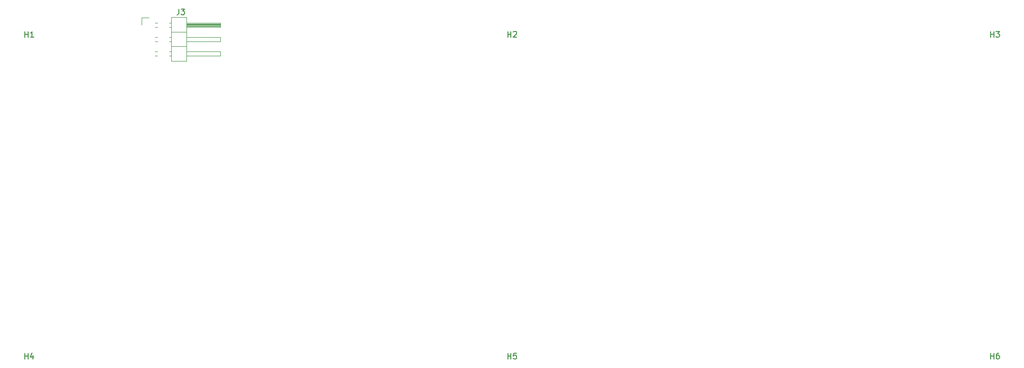
<source format=gbr>
%TF.GenerationSoftware,KiCad,Pcbnew,7.0.10*%
%TF.CreationDate,2024-02-28T08:06:41+01:00*%
%TF.ProjectId,tsuka60-pro,7473756b-6136-4302-9d70-726f2e6b6963,rev?*%
%TF.SameCoordinates,Original*%
%TF.FileFunction,Legend,Top*%
%TF.FilePolarity,Positive*%
%FSLAX46Y46*%
G04 Gerber Fmt 4.6, Leading zero omitted, Abs format (unit mm)*
G04 Created by KiCad (PCBNEW 7.0.10) date 2024-02-28 08:06:41*
%MOMM*%
%LPD*%
G01*
G04 APERTURE LIST*
%ADD10C,0.150000*%
%ADD11C,0.120000*%
%ADD12C,2.600000*%
%ADD13C,4.400000*%
%ADD14C,3.048000*%
%ADD15C,3.987800*%
%ADD16R,1.700000X1.700000*%
%ADD17O,1.700000X1.700000*%
%ADD18C,1.750000*%
%ADD19C,3.300000*%
%ADD20C,0.650000*%
%ADD21O,1.000000X1.600000*%
%ADD22O,1.000000X2.100000*%
G04 APERTURE END LIST*
D10*
X119888095Y-95679819D02*
X119888095Y-94679819D01*
X119888095Y-95156009D02*
X120459523Y-95156009D01*
X120459523Y-95679819D02*
X120459523Y-94679819D01*
X121459523Y-95679819D02*
X120888095Y-95679819D01*
X121173809Y-95679819D02*
X121173809Y-94679819D01*
X121173809Y-94679819D02*
X121078571Y-94822676D01*
X121078571Y-94822676D02*
X120983333Y-94917914D01*
X120983333Y-94917914D02*
X120888095Y-94965533D01*
X205613095Y-95679819D02*
X205613095Y-94679819D01*
X205613095Y-95156009D02*
X206184523Y-95156009D01*
X206184523Y-95679819D02*
X206184523Y-94679819D01*
X206613095Y-94775057D02*
X206660714Y-94727438D01*
X206660714Y-94727438D02*
X206755952Y-94679819D01*
X206755952Y-94679819D02*
X206994047Y-94679819D01*
X206994047Y-94679819D02*
X207089285Y-94727438D01*
X207089285Y-94727438D02*
X207136904Y-94775057D01*
X207136904Y-94775057D02*
X207184523Y-94870295D01*
X207184523Y-94870295D02*
X207184523Y-94965533D01*
X207184523Y-94965533D02*
X207136904Y-95108390D01*
X207136904Y-95108390D02*
X206565476Y-95679819D01*
X206565476Y-95679819D02*
X207184523Y-95679819D01*
X205613095Y-152829819D02*
X205613095Y-151829819D01*
X205613095Y-152306009D02*
X206184523Y-152306009D01*
X206184523Y-152829819D02*
X206184523Y-151829819D01*
X207136904Y-151829819D02*
X206660714Y-151829819D01*
X206660714Y-151829819D02*
X206613095Y-152306009D01*
X206613095Y-152306009D02*
X206660714Y-152258390D01*
X206660714Y-152258390D02*
X206755952Y-152210771D01*
X206755952Y-152210771D02*
X206994047Y-152210771D01*
X206994047Y-152210771D02*
X207089285Y-152258390D01*
X207089285Y-152258390D02*
X207136904Y-152306009D01*
X207136904Y-152306009D02*
X207184523Y-152401247D01*
X207184523Y-152401247D02*
X207184523Y-152639342D01*
X207184523Y-152639342D02*
X207136904Y-152734580D01*
X207136904Y-152734580D02*
X207089285Y-152782200D01*
X207089285Y-152782200D02*
X206994047Y-152829819D01*
X206994047Y-152829819D02*
X206755952Y-152829819D01*
X206755952Y-152829819D02*
X206660714Y-152782200D01*
X206660714Y-152782200D02*
X206613095Y-152734580D01*
X291338095Y-152829819D02*
X291338095Y-151829819D01*
X291338095Y-152306009D02*
X291909523Y-152306009D01*
X291909523Y-152829819D02*
X291909523Y-151829819D01*
X292814285Y-151829819D02*
X292623809Y-151829819D01*
X292623809Y-151829819D02*
X292528571Y-151877438D01*
X292528571Y-151877438D02*
X292480952Y-151925057D01*
X292480952Y-151925057D02*
X292385714Y-152067914D01*
X292385714Y-152067914D02*
X292338095Y-152258390D01*
X292338095Y-152258390D02*
X292338095Y-152639342D01*
X292338095Y-152639342D02*
X292385714Y-152734580D01*
X292385714Y-152734580D02*
X292433333Y-152782200D01*
X292433333Y-152782200D02*
X292528571Y-152829819D01*
X292528571Y-152829819D02*
X292719047Y-152829819D01*
X292719047Y-152829819D02*
X292814285Y-152782200D01*
X292814285Y-152782200D02*
X292861904Y-152734580D01*
X292861904Y-152734580D02*
X292909523Y-152639342D01*
X292909523Y-152639342D02*
X292909523Y-152401247D01*
X292909523Y-152401247D02*
X292861904Y-152306009D01*
X292861904Y-152306009D02*
X292814285Y-152258390D01*
X292814285Y-152258390D02*
X292719047Y-152210771D01*
X292719047Y-152210771D02*
X292528571Y-152210771D01*
X292528571Y-152210771D02*
X292433333Y-152258390D01*
X292433333Y-152258390D02*
X292385714Y-152306009D01*
X292385714Y-152306009D02*
X292338095Y-152401247D01*
X119888095Y-152829819D02*
X119888095Y-151829819D01*
X119888095Y-152306009D02*
X120459523Y-152306009D01*
X120459523Y-152829819D02*
X120459523Y-151829819D01*
X121364285Y-152163152D02*
X121364285Y-152829819D01*
X121126190Y-151782200D02*
X120888095Y-152496485D01*
X120888095Y-152496485D02*
X121507142Y-152496485D01*
X147244166Y-90688569D02*
X147244166Y-91402854D01*
X147244166Y-91402854D02*
X147196547Y-91545711D01*
X147196547Y-91545711D02*
X147101309Y-91640950D01*
X147101309Y-91640950D02*
X146958452Y-91688569D01*
X146958452Y-91688569D02*
X146863214Y-91688569D01*
X147625119Y-90688569D02*
X148244166Y-90688569D01*
X148244166Y-90688569D02*
X147910833Y-91069521D01*
X147910833Y-91069521D02*
X148053690Y-91069521D01*
X148053690Y-91069521D02*
X148148928Y-91117140D01*
X148148928Y-91117140D02*
X148196547Y-91164759D01*
X148196547Y-91164759D02*
X148244166Y-91259997D01*
X148244166Y-91259997D02*
X148244166Y-91498092D01*
X148244166Y-91498092D02*
X148196547Y-91593330D01*
X148196547Y-91593330D02*
X148148928Y-91640950D01*
X148148928Y-91640950D02*
X148053690Y-91688569D01*
X148053690Y-91688569D02*
X147767976Y-91688569D01*
X147767976Y-91688569D02*
X147672738Y-91640950D01*
X147672738Y-91640950D02*
X147625119Y-91593330D01*
X291338095Y-95679819D02*
X291338095Y-94679819D01*
X291338095Y-95156009D02*
X291909523Y-95156009D01*
X291909523Y-95679819D02*
X291909523Y-94679819D01*
X292290476Y-94679819D02*
X292909523Y-94679819D01*
X292909523Y-94679819D02*
X292576190Y-95060771D01*
X292576190Y-95060771D02*
X292719047Y-95060771D01*
X292719047Y-95060771D02*
X292814285Y-95108390D01*
X292814285Y-95108390D02*
X292861904Y-95156009D01*
X292861904Y-95156009D02*
X292909523Y-95251247D01*
X292909523Y-95251247D02*
X292909523Y-95489342D01*
X292909523Y-95489342D02*
X292861904Y-95584580D01*
X292861904Y-95584580D02*
X292814285Y-95632200D01*
X292814285Y-95632200D02*
X292719047Y-95679819D01*
X292719047Y-95679819D02*
X292433333Y-95679819D01*
X292433333Y-95679819D02*
X292338095Y-95632200D01*
X292338095Y-95632200D02*
X292290476Y-95584580D01*
D11*
%TO.C,J3*%
X140652500Y-92233750D02*
X141922500Y-92233750D01*
X140652500Y-93503750D02*
X140652500Y-92233750D01*
X142965429Y-95663750D02*
X143419571Y-95663750D01*
X142965429Y-96423750D02*
X143419571Y-96423750D01*
X142965429Y-98203750D02*
X143419571Y-98203750D01*
X142965429Y-98963750D02*
X143419571Y-98963750D01*
X143032500Y-93123750D02*
X143419571Y-93123750D01*
X143032500Y-93883750D02*
X143419571Y-93883750D01*
X145505429Y-93123750D02*
X145902500Y-93123750D01*
X145505429Y-93883750D02*
X145902500Y-93883750D01*
X145505429Y-95663750D02*
X145902500Y-95663750D01*
X145505429Y-96423750D02*
X145902500Y-96423750D01*
X145505429Y-98203750D02*
X145902500Y-98203750D01*
X145505429Y-98963750D02*
X145902500Y-98963750D01*
X145902500Y-92173750D02*
X145902500Y-99913750D01*
X145902500Y-94773750D02*
X148562500Y-94773750D01*
X145902500Y-97313750D02*
X148562500Y-97313750D01*
X145902500Y-99913750D02*
X148562500Y-99913750D01*
X148562500Y-92173750D02*
X145902500Y-92173750D01*
X148562500Y-93123750D02*
X154562500Y-93123750D01*
X148562500Y-93183750D02*
X154562500Y-93183750D01*
X148562500Y-93303750D02*
X154562500Y-93303750D01*
X148562500Y-93423750D02*
X154562500Y-93423750D01*
X148562500Y-93543750D02*
X154562500Y-93543750D01*
X148562500Y-93663750D02*
X154562500Y-93663750D01*
X148562500Y-93783750D02*
X154562500Y-93783750D01*
X148562500Y-95663750D02*
X154562500Y-95663750D01*
X148562500Y-98203750D02*
X154562500Y-98203750D01*
X148562500Y-99913750D02*
X148562500Y-92173750D01*
X154562500Y-93123750D02*
X154562500Y-93883750D01*
X154562500Y-93883750D02*
X148562500Y-93883750D01*
X154562500Y-95663750D02*
X154562500Y-96423750D01*
X154562500Y-96423750D02*
X148562500Y-96423750D01*
X154562500Y-98203750D02*
X154562500Y-98963750D01*
X154562500Y-98963750D02*
X148562500Y-98963750D01*
%TD*%
%LPC*%
D12*
%TO.C,H1*%
X120650000Y-98425000D03*
D13*
X120650000Y-98425000D03*
%TD*%
D12*
%TO.C,H2*%
X206375000Y-98425000D03*
D13*
X206375000Y-98425000D03*
%TD*%
D12*
%TO.C,H5*%
X206375000Y-155575000D03*
D13*
X206375000Y-155575000D03*
%TD*%
D14*
%TO.C,S1*%
X263525000Y-172085000D03*
D15*
X263525000Y-156845000D03*
D14*
X149225000Y-172085000D03*
D15*
X149225000Y-156845000D03*
%TD*%
D12*
%TO.C,H6*%
X292100000Y-155575000D03*
D13*
X292100000Y-155575000D03*
%TD*%
D12*
%TO.C,H4*%
X120650000Y-155575000D03*
D13*
X120650000Y-155575000D03*
%TD*%
D16*
%TO.C,J3*%
X141922500Y-93503750D03*
D17*
X144462500Y-93503750D03*
X141922500Y-96043750D03*
X144462500Y-96043750D03*
X141922500Y-98583750D03*
X144462500Y-98583750D03*
%TD*%
D14*
%TO.C,S2*%
X218281250Y-172085000D03*
D15*
X218281250Y-156845000D03*
D14*
X194468750Y-172085000D03*
D15*
X194468750Y-156845000D03*
%TD*%
D12*
%TO.C,H3*%
X292100000Y-98425000D03*
D13*
X292100000Y-98425000D03*
%TD*%
D18*
%TO.C,MX56*%
X278130000Y-146050000D03*
D15*
X273050000Y-146050000D03*
D18*
X267970000Y-146050000D03*
D19*
X269240000Y-143510000D03*
X275590000Y-140970000D03*
%TD*%
D18*
%TO.C,MX73*%
X306705000Y-165100000D03*
D15*
X301625000Y-165100000D03*
D18*
X296545000Y-165100000D03*
D19*
X297815000Y-162560000D03*
X304165000Y-160020000D03*
%TD*%
D18*
%TO.C,MX39*%
X235267500Y-127000000D03*
D15*
X230187500Y-127000000D03*
D18*
X225107500Y-127000000D03*
D19*
X226377500Y-124460000D03*
X232727500Y-121920000D03*
%TD*%
D18*
%TO.C,MX19*%
X135255000Y-107950000D03*
D15*
X130175000Y-107950000D03*
D18*
X125095000Y-107950000D03*
D19*
X126365000Y-105410000D03*
X132715000Y-102870000D03*
%TD*%
D18*
%TO.C,MX5*%
X154305000Y-88900000D03*
D15*
X149225000Y-88900000D03*
D18*
X144145000Y-88900000D03*
D19*
X145415000Y-86360000D03*
X151765000Y-83820000D03*
%TD*%
D18*
%TO.C,MX16*%
X78105000Y-107950000D03*
D15*
X73025000Y-107950000D03*
D18*
X67945000Y-107950000D03*
D19*
X69215000Y-105410000D03*
X75565000Y-102870000D03*
%TD*%
D18*
%TO.C,MX51*%
X163830000Y-146050000D03*
D15*
X158750000Y-146050000D03*
D18*
X153670000Y-146050000D03*
D19*
X154940000Y-143510000D03*
X161290000Y-140970000D03*
%TD*%
D18*
%TO.C,MX40*%
X254317500Y-127000000D03*
D15*
X249237500Y-127000000D03*
D18*
X244157500Y-127000000D03*
D19*
X245427500Y-124460000D03*
X251777500Y-121920000D03*
%TD*%
D18*
%TO.C,MX8*%
X211455000Y-88900000D03*
D15*
X206375000Y-88900000D03*
D18*
X201295000Y-88900000D03*
D19*
X202565000Y-86360000D03*
X208915000Y-83820000D03*
%TD*%
D18*
%TO.C,MX7*%
X192405000Y-88900000D03*
D15*
X187325000Y-88900000D03*
D18*
X182245000Y-88900000D03*
D19*
X183515000Y-86360000D03*
X189865000Y-83820000D03*
%TD*%
D18*
%TO.C,MX26*%
X268605000Y-107950000D03*
D15*
X263525000Y-107950000D03*
D18*
X258445000Y-107950000D03*
D19*
X259715000Y-105410000D03*
X266065000Y-102870000D03*
%TD*%
D18*
%TO.C,MX68*%
X220980000Y-146050000D03*
D15*
X215900000Y-146050000D03*
D18*
X210820000Y-146050000D03*
D19*
X212090000Y-143510000D03*
X218440000Y-140970000D03*
%TD*%
D18*
%TO.C,MX41*%
X273367500Y-127000000D03*
D15*
X268287500Y-127000000D03*
D18*
X263207500Y-127000000D03*
D19*
X264477500Y-124460000D03*
X270827500Y-121920000D03*
%TD*%
D18*
%TO.C,MX48*%
X106680000Y-146050000D03*
D15*
X101600000Y-146050000D03*
D18*
X96520000Y-146050000D03*
D19*
X97790000Y-143510000D03*
X104140000Y-140970000D03*
%TD*%
D18*
%TO.C,MX65*%
X156686250Y-165100000D03*
D15*
X151606250Y-165100000D03*
D18*
X146526250Y-165100000D03*
D19*
X147796250Y-162560000D03*
X154146250Y-160020000D03*
%TD*%
D18*
%TO.C,MX22*%
X192405000Y-107950000D03*
D15*
X187325000Y-107950000D03*
D18*
X182245000Y-107950000D03*
D19*
X183515000Y-105410000D03*
X189865000Y-102870000D03*
%TD*%
D18*
%TO.C,MX69*%
X220980000Y-165100000D03*
D15*
X215900000Y-165100000D03*
D18*
X210820000Y-165100000D03*
D19*
X212090000Y-162560000D03*
X218440000Y-160020000D03*
%TD*%
D18*
%TO.C,MX35*%
X149542500Y-127000000D03*
D15*
X144462500Y-127000000D03*
D18*
X139382500Y-127000000D03*
D19*
X140652500Y-124460000D03*
X147002500Y-121920000D03*
%TD*%
D18*
%TO.C,MX32*%
X75088750Y-127000000D03*
D15*
X80168750Y-127000000D03*
D18*
X85248750Y-127000000D03*
D19*
X83978750Y-129540000D03*
X77628750Y-132080000D03*
%TD*%
D18*
%TO.C,MX2*%
X86995000Y-88900000D03*
D15*
X92075000Y-88900000D03*
D18*
X97155000Y-88900000D03*
D19*
X95885000Y-91440000D03*
X89535000Y-93980000D03*
%TD*%
D18*
%TO.C,MX66*%
X180498750Y-165100000D03*
D15*
X175418750Y-165100000D03*
D18*
X170338750Y-165100000D03*
D19*
X171608750Y-162560000D03*
X177958750Y-160020000D03*
%TD*%
D18*
%TO.C,MX14*%
X325755000Y-88900000D03*
D15*
X320675000Y-88900000D03*
D18*
X315595000Y-88900000D03*
D19*
X316865000Y-86360000D03*
X323215000Y-83820000D03*
%TD*%
D18*
%TO.C,MX67*%
X201930000Y-165100000D03*
D15*
X196850000Y-165100000D03*
D18*
X191770000Y-165100000D03*
D19*
X193040000Y-162560000D03*
X199390000Y-160020000D03*
%TD*%
D18*
%TO.C,MX54*%
X240030000Y-146050000D03*
D15*
X234950000Y-146050000D03*
D18*
X229870000Y-146050000D03*
D19*
X231140000Y-143510000D03*
X237490000Y-140970000D03*
%TD*%
D18*
%TO.C,MX10*%
X249555000Y-88900000D03*
D15*
X244475000Y-88900000D03*
D18*
X239395000Y-88900000D03*
D19*
X240665000Y-86360000D03*
X247015000Y-83820000D03*
%TD*%
D18*
%TO.C,MX20*%
X154305000Y-107950000D03*
D15*
X149225000Y-107950000D03*
D18*
X144145000Y-107950000D03*
D19*
X145415000Y-105410000D03*
X151765000Y-102870000D03*
%TD*%
D18*
%TO.C,MX32_2*%
X80486250Y-127000000D03*
D15*
X75406250Y-127000000D03*
D18*
X70326250Y-127000000D03*
D19*
X71596250Y-124460000D03*
X77946250Y-121920000D03*
%TD*%
D18*
%TO.C,MX42*%
X292417500Y-127000000D03*
D15*
X287337500Y-127000000D03*
D18*
X282257500Y-127000000D03*
D19*
X283527500Y-124460000D03*
X289877500Y-121920000D03*
%TD*%
D18*
%TO.C,MX24*%
X230505000Y-107950000D03*
D15*
X225425000Y-107950000D03*
D18*
X220345000Y-107950000D03*
D19*
X221615000Y-105410000D03*
X227965000Y-102870000D03*
%TD*%
D18*
%TO.C,MX12*%
X287655000Y-88900000D03*
D15*
X282575000Y-88900000D03*
D18*
X277495000Y-88900000D03*
D19*
X278765000Y-86360000D03*
X285115000Y-83820000D03*
%TD*%
D20*
%TO.C,J1*%
X79210000Y-84840000D03*
X84990000Y-84840000D03*
D21*
X77780000Y-81190000D03*
D22*
X77780000Y-85370000D03*
D21*
X86420000Y-81190000D03*
D22*
X86420000Y-85370000D03*
%TD*%
D18*
%TO.C,MX15*%
X344805000Y-88900000D03*
D15*
X339725000Y-88900000D03*
D18*
X334645000Y-88900000D03*
D19*
X335915000Y-86360000D03*
X342265000Y-83820000D03*
%TD*%
D18*
%TO.C,MX50*%
X144780000Y-146050000D03*
D15*
X139700000Y-146050000D03*
D18*
X134620000Y-146050000D03*
D19*
X135890000Y-143510000D03*
X142240000Y-140970000D03*
%TD*%
D18*
%TO.C,MX1*%
X67945000Y-88900000D03*
D15*
X73025000Y-88900000D03*
D18*
X78105000Y-88900000D03*
D19*
X76835000Y-91440000D03*
X70485000Y-93980000D03*
%TD*%
D18*
%TO.C,MX71*%
X266223750Y-165100000D03*
D15*
X261143750Y-165100000D03*
D18*
X256063750Y-165100000D03*
D19*
X257333750Y-162560000D03*
X263683750Y-160020000D03*
%TD*%
D18*
%TO.C,MX29*%
X325755000Y-107950000D03*
D15*
X320675000Y-107950000D03*
D18*
X315595000Y-107950000D03*
D19*
X316865000Y-105410000D03*
X323215000Y-102870000D03*
%TD*%
D18*
%TO.C,MX57*%
X297180000Y-146050000D03*
D15*
X292100000Y-146050000D03*
D18*
X287020000Y-146050000D03*
D19*
X288290000Y-143510000D03*
X294640000Y-140970000D03*
%TD*%
D18*
%TO.C,MX18*%
X116205000Y-107950000D03*
D15*
X111125000Y-107950000D03*
D18*
X106045000Y-107950000D03*
D19*
X107315000Y-105410000D03*
X113665000Y-102870000D03*
%TD*%
D18*
%TO.C,MX44*%
X327501250Y-126937500D03*
D15*
X332581250Y-126937500D03*
D18*
X337661250Y-126937500D03*
D19*
X336391250Y-129477500D03*
X330041250Y-132017500D03*
%TD*%
D18*
%TO.C,MX21*%
X173355000Y-107950000D03*
D15*
X168275000Y-107950000D03*
D18*
X163195000Y-107950000D03*
D19*
X164465000Y-105410000D03*
X170815000Y-102870000D03*
%TD*%
D18*
%TO.C,MX59*%
X340042500Y-146050000D03*
D15*
X334962500Y-146050000D03*
D18*
X329882500Y-146050000D03*
D19*
X331152500Y-143510000D03*
X337502500Y-140970000D03*
%TD*%
D18*
%TO.C,MX43*%
X311467500Y-127000000D03*
D15*
X306387500Y-127000000D03*
D18*
X301307500Y-127000000D03*
D19*
X302577500Y-124460000D03*
X308927500Y-121920000D03*
%TD*%
D18*
%TO.C,MX75*%
X344805000Y-165100000D03*
D15*
X339725000Y-165100000D03*
D18*
X334645000Y-165100000D03*
D19*
X335915000Y-162560000D03*
X342265000Y-160020000D03*
%TD*%
D18*
%TO.C,MX38*%
X211455000Y-127000000D03*
D15*
X206375000Y-127000000D03*
D18*
X201295000Y-127000000D03*
D19*
X202565000Y-124460000D03*
X208915000Y-121920000D03*
%TD*%
D18*
%TO.C,MX36*%
X168592500Y-127000000D03*
D15*
X163512500Y-127000000D03*
D18*
X158432500Y-127000000D03*
D19*
X159702500Y-124460000D03*
X166052500Y-121920000D03*
%TD*%
D18*
%TO.C,MX11*%
X268605000Y-88900000D03*
D15*
X263525000Y-88900000D03*
D18*
X258445000Y-88900000D03*
D19*
X259715000Y-86360000D03*
X266065000Y-83820000D03*
%TD*%
D18*
%TO.C,MX61*%
X78105000Y-165100000D03*
D15*
X73025000Y-165100000D03*
D18*
X67945000Y-165100000D03*
D19*
X69215000Y-162560000D03*
X75565000Y-160020000D03*
%TD*%
D18*
%TO.C,MX27*%
X287655000Y-107950000D03*
D15*
X282575000Y-107950000D03*
D18*
X277495000Y-107950000D03*
D19*
X278765000Y-105410000D03*
X285115000Y-102870000D03*
%TD*%
D18*
%TO.C,MX47*%
X82867500Y-146050000D03*
D15*
X77787500Y-146050000D03*
D18*
X72707500Y-146050000D03*
D19*
X73977500Y-143510000D03*
X80327500Y-140970000D03*
%TD*%
D18*
%TO.C,MX3*%
X116205000Y-88900000D03*
D15*
X111125000Y-88900000D03*
D18*
X106045000Y-88900000D03*
D19*
X107315000Y-86360000D03*
X113665000Y-83820000D03*
%TD*%
D18*
%TO.C,MX33*%
X111442500Y-127000000D03*
D15*
X106362500Y-127000000D03*
D18*
X101282500Y-127000000D03*
D19*
X102552500Y-124460000D03*
X108902500Y-121920000D03*
%TD*%
D18*
%TO.C,MX49*%
X125730000Y-146050000D03*
D15*
X120650000Y-146050000D03*
D18*
X115570000Y-146050000D03*
D19*
X116840000Y-143510000D03*
X123190000Y-140970000D03*
%TD*%
D18*
%TO.C,MX64*%
X135255000Y-165100000D03*
D15*
X130175000Y-165100000D03*
D18*
X125095000Y-165100000D03*
D19*
X126365000Y-162560000D03*
X132715000Y-160020000D03*
%TD*%
D18*
%TO.C,MX23*%
X211455000Y-107950000D03*
D15*
X206375000Y-107950000D03*
D18*
X201295000Y-107950000D03*
D19*
X202565000Y-105410000D03*
X208915000Y-102870000D03*
%TD*%
D18*
%TO.C,MX13*%
X306705000Y-88900000D03*
D15*
X301625000Y-88900000D03*
D18*
X296545000Y-88900000D03*
D19*
X297815000Y-86360000D03*
X304165000Y-83820000D03*
%TD*%
D18*
%TO.C,MX9*%
X230505000Y-88900000D03*
D15*
X225425000Y-88900000D03*
D18*
X220345000Y-88900000D03*
D19*
X221615000Y-86360000D03*
X227965000Y-83820000D03*
%TD*%
D18*
%TO.C,MX34*%
X130492500Y-127000000D03*
D15*
X125412500Y-127000000D03*
D18*
X120332500Y-127000000D03*
D19*
X121602500Y-124460000D03*
X127952500Y-121920000D03*
%TD*%
D18*
%TO.C,MX63*%
X116205000Y-165100000D03*
D15*
X111125000Y-165100000D03*
D18*
X106045000Y-165100000D03*
D19*
X107315000Y-162560000D03*
X113665000Y-160020000D03*
%TD*%
D18*
%TO.C,MX53*%
X201930000Y-146050000D03*
D15*
X196850000Y-146050000D03*
D18*
X191770000Y-146050000D03*
D19*
X193040000Y-143510000D03*
X199390000Y-140970000D03*
%TD*%
D18*
%TO.C,MX74*%
X325755000Y-165100000D03*
D15*
X320675000Y-165100000D03*
D18*
X315595000Y-165100000D03*
D19*
X316865000Y-162560000D03*
X323215000Y-160020000D03*
%TD*%
D18*
%TO.C,MX4*%
X135255000Y-88900000D03*
D15*
X130175000Y-88900000D03*
D18*
X125095000Y-88900000D03*
D19*
X126365000Y-86360000D03*
X132715000Y-83820000D03*
%TD*%
D18*
%TO.C,MX52*%
X182880000Y-146050000D03*
D15*
X177800000Y-146050000D03*
D18*
X172720000Y-146050000D03*
D19*
X173990000Y-143510000D03*
X180340000Y-140970000D03*
%TD*%
D18*
%TO.C,MX55*%
X259080000Y-146050000D03*
D15*
X254000000Y-146050000D03*
D18*
X248920000Y-146050000D03*
D19*
X250190000Y-143510000D03*
X256540000Y-140970000D03*
%TD*%
D18*
%TO.C,MX25*%
X249555000Y-107950000D03*
D15*
X244475000Y-107950000D03*
D18*
X239395000Y-107950000D03*
D19*
X240665000Y-105410000D03*
X247015000Y-102870000D03*
%TD*%
D18*
%TO.C,MX72*%
X287655000Y-165100000D03*
D15*
X282575000Y-165100000D03*
D18*
X277495000Y-165100000D03*
D19*
X278765000Y-162560000D03*
X285115000Y-160020000D03*
%TD*%
D18*
%TO.C,MX30*%
X344805000Y-107950000D03*
D15*
X339725000Y-107950000D03*
D18*
X334645000Y-107950000D03*
D19*
X335915000Y-105410000D03*
X342265000Y-102870000D03*
%TD*%
D18*
%TO.C,MX70_2*%
X201295000Y-165100000D03*
D15*
X206375000Y-165100000D03*
D18*
X211455000Y-165100000D03*
D19*
X210185000Y-167640000D03*
X203835000Y-170180000D03*
%TD*%
D18*
%TO.C,MX58*%
X316230000Y-146050000D03*
D15*
X311150000Y-146050000D03*
D18*
X306070000Y-146050000D03*
D19*
X307340000Y-143510000D03*
X313690000Y-140970000D03*
%TD*%
D18*
%TO.C,MX17*%
X97155000Y-107950000D03*
D15*
X92075000Y-107950000D03*
D18*
X86995000Y-107950000D03*
D19*
X88265000Y-105410000D03*
X94615000Y-102870000D03*
%TD*%
D18*
%TO.C,MX70*%
X242411250Y-165100000D03*
D15*
X237331250Y-165100000D03*
D18*
X232251250Y-165100000D03*
D19*
X233521250Y-162560000D03*
X239871250Y-160020000D03*
%TD*%
D18*
%TO.C,MX28*%
X306705000Y-107950000D03*
D15*
X301625000Y-107950000D03*
D18*
X296545000Y-107950000D03*
D19*
X297815000Y-105410000D03*
X304165000Y-102870000D03*
%TD*%
D18*
%TO.C,MX37*%
X187642500Y-127000000D03*
D15*
X182562500Y-127000000D03*
D18*
X177482500Y-127000000D03*
D19*
X178752500Y-124460000D03*
X185102500Y-121920000D03*
%TD*%
D18*
%TO.C,MX44_2*%
X332898750Y-127000000D03*
D15*
X327818750Y-127000000D03*
D18*
X322738750Y-127000000D03*
D19*
X324008750Y-124460000D03*
X330358750Y-121920000D03*
%TD*%
D18*
%TO.C,MX62*%
X97155000Y-165100000D03*
D15*
X92075000Y-165100000D03*
D18*
X86995000Y-165100000D03*
D19*
X88265000Y-162560000D03*
X94615000Y-160020000D03*
%TD*%
D18*
%TO.C,MX6*%
X173355000Y-88900000D03*
D15*
X168275000Y-88900000D03*
D18*
X163195000Y-88900000D03*
D19*
X164465000Y-86360000D03*
X170815000Y-83820000D03*
%TD*%
%LPD*%
M02*

</source>
